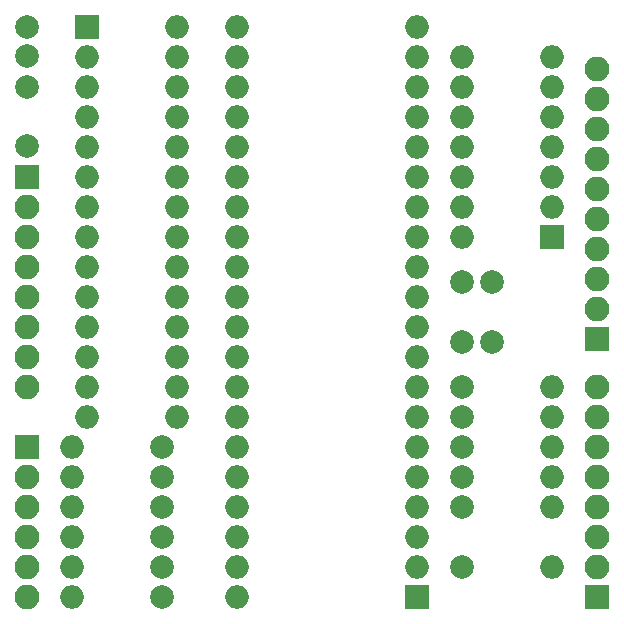
<source format=gbr>
G04 #@! TF.GenerationSoftware,KiCad,Pcbnew,(5.0.0)*
G04 #@! TF.CreationDate,2019-10-03T22:01:28+02:00*
G04 #@! TF.ProjectId,6502ino,36353032696E6F2E6B696361645F7063,rev?*
G04 #@! TF.SameCoordinates,Original*
G04 #@! TF.FileFunction,Soldermask,Top*
G04 #@! TF.FilePolarity,Negative*
%FSLAX46Y46*%
G04 Gerber Fmt 4.6, Leading zero omitted, Abs format (unit mm)*
G04 Created by KiCad (PCBNEW (5.0.0)) date 10/03/19 22:01:28*
%MOMM*%
%LPD*%
G01*
G04 APERTURE LIST*
%ADD10R,2.000000X2.000000*%
%ADD11O,2.000000X2.000000*%
%ADD12R,2.100000X2.100000*%
%ADD13O,2.100000X2.100000*%
%ADD14C,2.000000*%
G04 APERTURE END LIST*
D10*
G04 #@! TO.C,U3*
X184150000Y-76200000D03*
D11*
X176530000Y-60960000D03*
X184150000Y-73660000D03*
X176530000Y-63500000D03*
X184150000Y-71120000D03*
X176530000Y-66040000D03*
X184150000Y-68580000D03*
X176530000Y-68580000D03*
X184150000Y-66040000D03*
X176530000Y-71120000D03*
X184150000Y-63500000D03*
X176530000Y-73660000D03*
X184150000Y-60960000D03*
X176530000Y-76200000D03*
G04 #@! TD*
D10*
G04 #@! TO.C,U1*
X172720000Y-106680000D03*
D11*
X157480000Y-58420000D03*
X172720000Y-104140000D03*
X157480000Y-60960000D03*
X172720000Y-101600000D03*
X157480000Y-63500000D03*
X172720000Y-99060000D03*
X157480000Y-66040000D03*
X172720000Y-96520000D03*
X157480000Y-68580000D03*
X172720000Y-93980000D03*
X157480000Y-71120000D03*
X172720000Y-91440000D03*
X157480000Y-73660000D03*
X172720000Y-88900000D03*
X157480000Y-76200000D03*
X172720000Y-86360000D03*
X157480000Y-78740000D03*
X172720000Y-83820000D03*
X157480000Y-81280000D03*
X172720000Y-81280000D03*
X157480000Y-83820000D03*
X172720000Y-78740000D03*
X157480000Y-86360000D03*
X172720000Y-76200000D03*
X157480000Y-88900000D03*
X172720000Y-73660000D03*
X157480000Y-91440000D03*
X172720000Y-71120000D03*
X157480000Y-93980000D03*
X172720000Y-68580000D03*
X157480000Y-96520000D03*
X172720000Y-66040000D03*
X157480000Y-99060000D03*
X172720000Y-63500000D03*
X157480000Y-101600000D03*
X172720000Y-60960000D03*
X157480000Y-104140000D03*
X172720000Y-58420000D03*
X157480000Y-106680000D03*
G04 #@! TD*
D10*
G04 #@! TO.C,U2*
X144780000Y-58420000D03*
D11*
X152400000Y-91440000D03*
X144780000Y-60960000D03*
X152400000Y-88900000D03*
X144780000Y-63500000D03*
X152400000Y-86360000D03*
X144780000Y-66040000D03*
X152400000Y-83820000D03*
X144780000Y-68580000D03*
X152400000Y-81280000D03*
X144780000Y-71120000D03*
X152400000Y-78740000D03*
X144780000Y-73660000D03*
X152400000Y-76200000D03*
X144780000Y-76200000D03*
X152400000Y-73660000D03*
X144780000Y-78740000D03*
X152400000Y-71120000D03*
X144780000Y-81280000D03*
X152400000Y-68580000D03*
X144780000Y-83820000D03*
X152400000Y-66040000D03*
X144780000Y-86360000D03*
X152400000Y-63500000D03*
X144780000Y-88900000D03*
X152400000Y-60960000D03*
X144780000Y-91440000D03*
X152400000Y-58420000D03*
G04 #@! TD*
D12*
G04 #@! TO.C,JANALOG1*
X139700000Y-93980000D03*
D13*
X139700000Y-96520000D03*
X139700000Y-99060000D03*
X139700000Y-101600000D03*
X139700000Y-104140000D03*
X139700000Y-106680000D03*
G04 #@! TD*
G04 #@! TO.C,JDIGITAL1*
X187960000Y-88900000D03*
X187960000Y-91440000D03*
X187960000Y-93980000D03*
X187960000Y-96520000D03*
X187960000Y-99060000D03*
X187960000Y-101600000D03*
X187960000Y-104140000D03*
D12*
X187960000Y-106680000D03*
G04 #@! TD*
G04 #@! TO.C,JDIGITAL2*
X187960000Y-84836000D03*
D13*
X187960000Y-82296000D03*
X187960000Y-79756000D03*
X187960000Y-77216000D03*
X187960000Y-74676000D03*
X187960000Y-72136000D03*
X187960000Y-69596000D03*
X187960000Y-67056000D03*
X187960000Y-64516000D03*
X187960000Y-61976000D03*
G04 #@! TD*
D12*
G04 #@! TO.C,JPOWER1*
X139700000Y-71120000D03*
D13*
X139700000Y-73660000D03*
X139700000Y-76200000D03*
X139700000Y-78740000D03*
X139700000Y-81280000D03*
X139700000Y-83820000D03*
X139700000Y-86360000D03*
X139700000Y-88900000D03*
G04 #@! TD*
D14*
G04 #@! TO.C,C1*
X179030000Y-85090000D03*
X176530000Y-85090000D03*
G04 #@! TD*
G04 #@! TO.C,C2*
X139700000Y-58420000D03*
X139700000Y-60920000D03*
G04 #@! TD*
G04 #@! TO.C,C3*
X179030000Y-80010000D03*
X176530000Y-80010000D03*
G04 #@! TD*
D11*
G04 #@! TO.C,R1*
X143510000Y-93980000D03*
D14*
X151130000Y-93980000D03*
G04 #@! TD*
G04 #@! TO.C,R2*
X151130000Y-96520000D03*
D11*
X143510000Y-96520000D03*
G04 #@! TD*
D14*
G04 #@! TO.C,R11*
X176530000Y-88900000D03*
D11*
X184150000Y-88900000D03*
G04 #@! TD*
D14*
G04 #@! TO.C,R3*
X151130000Y-99060000D03*
D11*
X143510000Y-99060000D03*
G04 #@! TD*
G04 #@! TO.C,R4*
X143510000Y-101600000D03*
D14*
X151130000Y-101600000D03*
G04 #@! TD*
G04 #@! TO.C,R5*
X151130000Y-104140000D03*
D11*
X143510000Y-104140000D03*
G04 #@! TD*
G04 #@! TO.C,R6*
X143510000Y-106680000D03*
D14*
X151130000Y-106680000D03*
G04 #@! TD*
D11*
G04 #@! TO.C,R7*
X184150000Y-91440000D03*
D14*
X176530000Y-91440000D03*
G04 #@! TD*
G04 #@! TO.C,R8*
X176530000Y-93980000D03*
D11*
X184150000Y-93980000D03*
G04 #@! TD*
D14*
G04 #@! TO.C,R9*
X176530000Y-96520000D03*
D11*
X184150000Y-96520000D03*
G04 #@! TD*
G04 #@! TO.C,R10*
X184150000Y-99060000D03*
D14*
X176530000Y-99060000D03*
G04 #@! TD*
G04 #@! TO.C,R12*
X176530000Y-104140000D03*
D11*
X184150000Y-104140000D03*
G04 #@! TD*
D14*
G04 #@! TO.C,C4*
X139700000Y-63500000D03*
X139700000Y-68500000D03*
G04 #@! TD*
M02*

</source>
